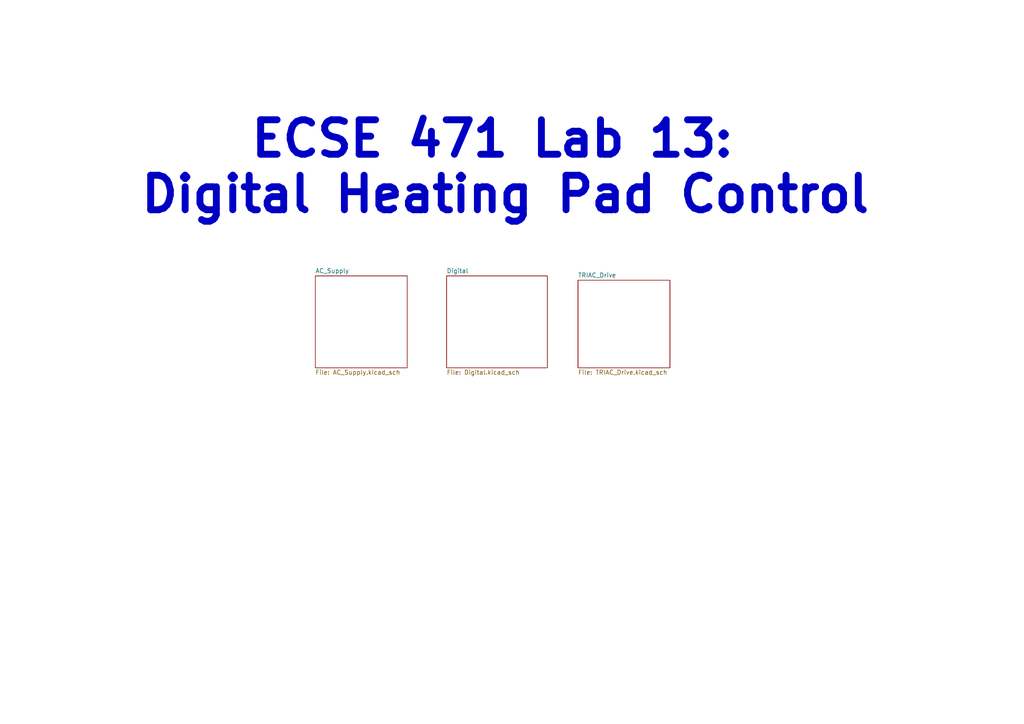
<source format=kicad_sch>
(kicad_sch
	(version 20231120)
	(generator "eeschema")
	(generator_version "8.0")
	(uuid "9a07e519-2ab4-452e-a959-44411b05f8ab")
	(paper "A4")
	(title_block
		(title "Lab 13: Digital Heating Pad Control")
		(date "2025-04-24")
		(company "CWRU")
		(comment 1 "Drawn by T.Cowles")
	)
	(lib_symbols)
	(text "ECSE 471 Lab 13: \nDigital Heating Pad Control"
		(exclude_from_sim no)
		(at 146.558 48.514 0)
		(effects
			(font
				(size 10 10)
				(thickness 2)
				(bold yes)
			)
		)
		(uuid "28227f79-068b-4b59-bf53-aeaf934c8250")
	)
	(sheet
		(at 129.54 80.01)
		(size 29.21 26.67)
		(fields_autoplaced yes)
		(stroke
			(width 0.1524)
			(type solid)
		)
		(fill
			(color 0 0 0 0.0000)
		)
		(uuid "33ceb281-87fb-46f4-87bb-2440699a5c28")
		(property "Sheetname" "Digital"
			(at 129.54 79.2984 0)
			(effects
				(font
					(size 1.27 1.27)
				)
				(justify left bottom)
			)
		)
		(property "Sheetfile" "Digital.kicad_sch"
			(at 129.54 107.2646 0)
			(effects
				(font
					(size 1.27 1.27)
				)
				(justify left top)
			)
		)
		(instances
			(project "lab13"
				(path "/9a07e519-2ab4-452e-a959-44411b05f8ab"
					(page "3")
				)
			)
		)
	)
	(sheet
		(at 167.64 81.28)
		(size 26.67 25.4)
		(fields_autoplaced yes)
		(stroke
			(width 0.1524)
			(type solid)
		)
		(fill
			(color 0 0 0 0.0000)
		)
		(uuid "4611fd65-2b2d-4148-bc9f-34c12e642356")
		(property "Sheetname" "TRIAC_Drive"
			(at 167.64 80.5684 0)
			(effects
				(font
					(size 1.27 1.27)
				)
				(justify left bottom)
			)
		)
		(property "Sheetfile" "TRIAC_Drive.kicad_sch"
			(at 167.64 107.2646 0)
			(effects
				(font
					(size 1.27 1.27)
				)
				(justify left top)
			)
		)
		(instances
			(project "lab13"
				(path "/9a07e519-2ab4-452e-a959-44411b05f8ab"
					(page "4")
				)
			)
		)
	)
	(sheet
		(at 91.44 80.01)
		(size 26.67 26.67)
		(fields_autoplaced yes)
		(stroke
			(width 0.1524)
			(type solid)
		)
		(fill
			(color 0 0 0 0.0000)
		)
		(uuid "c5728d90-c158-4ed5-8fe4-b4c5465adb59")
		(property "Sheetname" "AC_Supply"
			(at 91.44 79.2984 0)
			(effects
				(font
					(size 1.27 1.27)
				)
				(justify left bottom)
			)
		)
		(property "Sheetfile" "AC_Supply.kicad_sch"
			(at 91.44 107.2646 0)
			(effects
				(font
					(size 1.27 1.27)
				)
				(justify left top)
			)
		)
		(instances
			(project "lab13"
				(path "/9a07e519-2ab4-452e-a959-44411b05f8ab"
					(page "2")
				)
			)
		)
	)
	(sheet_instances
		(path "/"
			(page "1")
		)
	)
)

</source>
